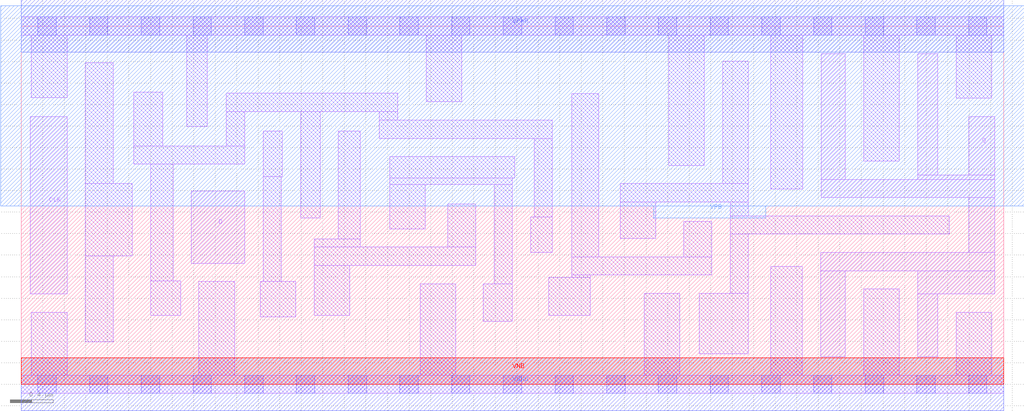
<source format=lef>
# Copyright 2020 The SkyWater PDK Authors
#
# Licensed under the Apache License, Version 2.0 (the "License");
# you may not use this file except in compliance with the License.
# You may obtain a copy of the License at
#
#     https://www.apache.org/licenses/LICENSE-2.0
#
# Unless required by applicable law or agreed to in writing, software
# distributed under the License is distributed on an "AS IS" BASIS,
# WITHOUT WARRANTIES OR CONDITIONS OF ANY KIND, either express or implied.
# See the License for the specific language governing permissions and
# limitations under the License.
#
# SPDX-License-Identifier: Apache-2.0

VERSION 5.7 ;
  NOWIREEXTENSIONATPIN ON ;
  DIVIDERCHAR "/" ;
  BUSBITCHARS "[]" ;
MACRO sky130_fd_sc_lp__dfxtp_4
  CLASS CORE ;
  FOREIGN sky130_fd_sc_lp__dfxtp_4 ;
  ORIGIN  0.000000  0.000000 ;
  SIZE  9.120000 BY  3.330000 ;
  SYMMETRY X Y R90 ;
  SITE unit ;
  PIN D
    ANTENNAGATEAREA  0.126000 ;
    DIRECTION INPUT ;
    USE SIGNAL ;
    PORT
      LAYER li1 ;
        RECT 1.580000 1.125000 2.075000 1.795000 ;
    END
  END D
  PIN Q
    ANTENNADIFFAREA  1.176000 ;
    DIRECTION OUTPUT ;
    USE SIGNAL ;
    PORT
      LAYER li1 ;
        RECT 7.420000 0.255000 7.650000 1.055000 ;
        RECT 7.420000 1.055000 9.035000 1.225000 ;
        RECT 7.425000 1.735000 9.035000 1.905000 ;
        RECT 7.425000 1.905000 7.650000 3.075000 ;
        RECT 8.320000 0.255000 8.510000 0.840000 ;
        RECT 8.320000 0.840000 9.035000 1.055000 ;
        RECT 8.320000 1.905000 9.035000 1.945000 ;
        RECT 8.320000 1.945000 8.510000 3.075000 ;
        RECT 8.795000 1.225000 9.035000 1.735000 ;
        RECT 8.795000 1.945000 9.035000 2.490000 ;
    END
  END Q
  PIN CLK
    ANTENNAGATEAREA  0.159000 ;
    DIRECTION INPUT ;
    USE CLOCK ;
    PORT
      LAYER li1 ;
        RECT 0.085000 0.840000 0.425000 2.490000 ;
    END
  END CLK
  PIN VGND
    DIRECTION INOUT ;
    USE GROUND ;
    PORT
      LAYER met1 ;
        RECT 0.000000 -0.245000 9.120000 0.245000 ;
    END
  END VGND
  PIN VNB
    DIRECTION INOUT ;
    USE GROUND ;
    PORT
      LAYER pwell ;
        RECT 0.000000 0.000000 9.120000 0.245000 ;
    END
  END VNB
  PIN VPB
    DIRECTION INOUT ;
    USE POWER ;
    PORT
      LAYER nwell ;
        RECT -0.190000 1.655000 9.310000 3.520000 ;
        RECT  5.870000 1.545000 6.910000 1.655000 ;
    END
  END VPB
  PIN VPWR
    DIRECTION INOUT ;
    USE POWER ;
    PORT
      LAYER met1 ;
        RECT 0.000000 3.085000 9.120000 3.575000 ;
    END
  END VPWR
  OBS
    LAYER li1 ;
      RECT 0.000000 -0.085000 9.120000 0.085000 ;
      RECT 0.000000  3.245000 9.120000 3.415000 ;
      RECT 0.095000  0.085000 0.425000 0.670000 ;
      RECT 0.095000  2.665000 0.425000 3.245000 ;
      RECT 0.595000  0.395000 0.855000 1.195000 ;
      RECT 0.595000  1.195000 1.030000 1.865000 ;
      RECT 0.595000  1.865000 0.855000 2.990000 ;
      RECT 1.045000  2.045000 2.075000 2.215000 ;
      RECT 1.045000  2.215000 1.315000 2.715000 ;
      RECT 1.200000  0.640000 1.480000 0.960000 ;
      RECT 1.200000  0.960000 1.410000 2.045000 ;
      RECT 1.535000  2.395000 1.725000 3.245000 ;
      RECT 1.650000  0.085000 1.980000 0.955000 ;
      RECT 1.905000  2.215000 2.075000 2.535000 ;
      RECT 1.905000  2.535000 3.495000 2.705000 ;
      RECT 2.220000  0.625000 2.550000 0.955000 ;
      RECT 2.245000  0.955000 2.415000 1.930000 ;
      RECT 2.245000  1.930000 2.425000 2.355000 ;
      RECT 2.595000  1.545000 2.775000 2.535000 ;
      RECT 2.720000  0.640000 3.050000 1.105000 ;
      RECT 2.720000  1.105000 4.220000 1.275000 ;
      RECT 2.720000  1.275000 3.145000 1.350000 ;
      RECT 2.945000  1.350000 3.145000 2.355000 ;
      RECT 3.325000  2.285000 4.930000 2.455000 ;
      RECT 3.325000  2.455000 3.495000 2.535000 ;
      RECT 3.420000  1.445000 3.750000 1.855000 ;
      RECT 3.420000  1.855000 4.560000 1.915000 ;
      RECT 3.420000  1.915000 4.580000 2.115000 ;
      RECT 3.705000  0.085000 4.035000 0.935000 ;
      RECT 3.760000  2.625000 4.090000 3.245000 ;
      RECT 3.960000  1.275000 4.220000 1.675000 ;
      RECT 4.290000  0.585000 4.560000 0.935000 ;
      RECT 4.390000  0.935000 4.560000 1.855000 ;
      RECT 4.730000  1.225000 4.930000 1.555000 ;
      RECT 4.760000  1.555000 4.930000 2.285000 ;
      RECT 4.895000  0.640000 5.280000 0.995000 ;
      RECT 5.110000  0.995000 5.280000 1.015000 ;
      RECT 5.110000  1.015000 6.410000 1.185000 ;
      RECT 5.110000  1.185000 5.360000 2.700000 ;
      RECT 5.560000  1.355000 5.890000 1.695000 ;
      RECT 5.560000  1.695000 6.750000 1.865000 ;
      RECT 5.785000  0.085000 6.115000 0.845000 ;
      RECT 6.010000  2.035000 6.340000 3.245000 ;
      RECT 6.150000  1.185000 6.410000 1.515000 ;
      RECT 6.295000  0.285000 6.750000 0.845000 ;
      RECT 6.510000  1.865000 6.750000 3.005000 ;
      RECT 6.580000  0.845000 6.750000 1.395000 ;
      RECT 6.580000  1.395000 8.615000 1.565000 ;
      RECT 6.580000  1.565000 6.750000 1.695000 ;
      RECT 6.960000  0.085000 7.250000 1.095000 ;
      RECT 6.960000  1.815000 7.255000 3.245000 ;
      RECT 7.820000  0.085000 8.150000 0.885000 ;
      RECT 7.820000  2.075000 8.150000 3.245000 ;
      RECT 8.680000  0.085000 9.010000 0.670000 ;
      RECT 8.680000  2.660000 9.010000 3.245000 ;
    LAYER mcon ;
      RECT 0.155000 -0.085000 0.325000 0.085000 ;
      RECT 0.155000  3.245000 0.325000 3.415000 ;
      RECT 0.635000 -0.085000 0.805000 0.085000 ;
      RECT 0.635000  3.245000 0.805000 3.415000 ;
      RECT 1.115000 -0.085000 1.285000 0.085000 ;
      RECT 1.115000  3.245000 1.285000 3.415000 ;
      RECT 1.595000 -0.085000 1.765000 0.085000 ;
      RECT 1.595000  3.245000 1.765000 3.415000 ;
      RECT 2.075000 -0.085000 2.245000 0.085000 ;
      RECT 2.075000  3.245000 2.245000 3.415000 ;
      RECT 2.555000 -0.085000 2.725000 0.085000 ;
      RECT 2.555000  3.245000 2.725000 3.415000 ;
      RECT 3.035000 -0.085000 3.205000 0.085000 ;
      RECT 3.035000  3.245000 3.205000 3.415000 ;
      RECT 3.515000 -0.085000 3.685000 0.085000 ;
      RECT 3.515000  3.245000 3.685000 3.415000 ;
      RECT 3.995000 -0.085000 4.165000 0.085000 ;
      RECT 3.995000  3.245000 4.165000 3.415000 ;
      RECT 4.475000 -0.085000 4.645000 0.085000 ;
      RECT 4.475000  3.245000 4.645000 3.415000 ;
      RECT 4.955000 -0.085000 5.125000 0.085000 ;
      RECT 4.955000  3.245000 5.125000 3.415000 ;
      RECT 5.435000 -0.085000 5.605000 0.085000 ;
      RECT 5.435000  3.245000 5.605000 3.415000 ;
      RECT 5.915000 -0.085000 6.085000 0.085000 ;
      RECT 5.915000  3.245000 6.085000 3.415000 ;
      RECT 6.395000 -0.085000 6.565000 0.085000 ;
      RECT 6.395000  3.245000 6.565000 3.415000 ;
      RECT 6.875000 -0.085000 7.045000 0.085000 ;
      RECT 6.875000  3.245000 7.045000 3.415000 ;
      RECT 7.355000 -0.085000 7.525000 0.085000 ;
      RECT 7.355000  3.245000 7.525000 3.415000 ;
      RECT 7.835000 -0.085000 8.005000 0.085000 ;
      RECT 7.835000  3.245000 8.005000 3.415000 ;
      RECT 8.315000 -0.085000 8.485000 0.085000 ;
      RECT 8.315000  3.245000 8.485000 3.415000 ;
      RECT 8.795000 -0.085000 8.965000 0.085000 ;
      RECT 8.795000  3.245000 8.965000 3.415000 ;
  END
END sky130_fd_sc_lp__dfxtp_4
END LIBRARY

</source>
